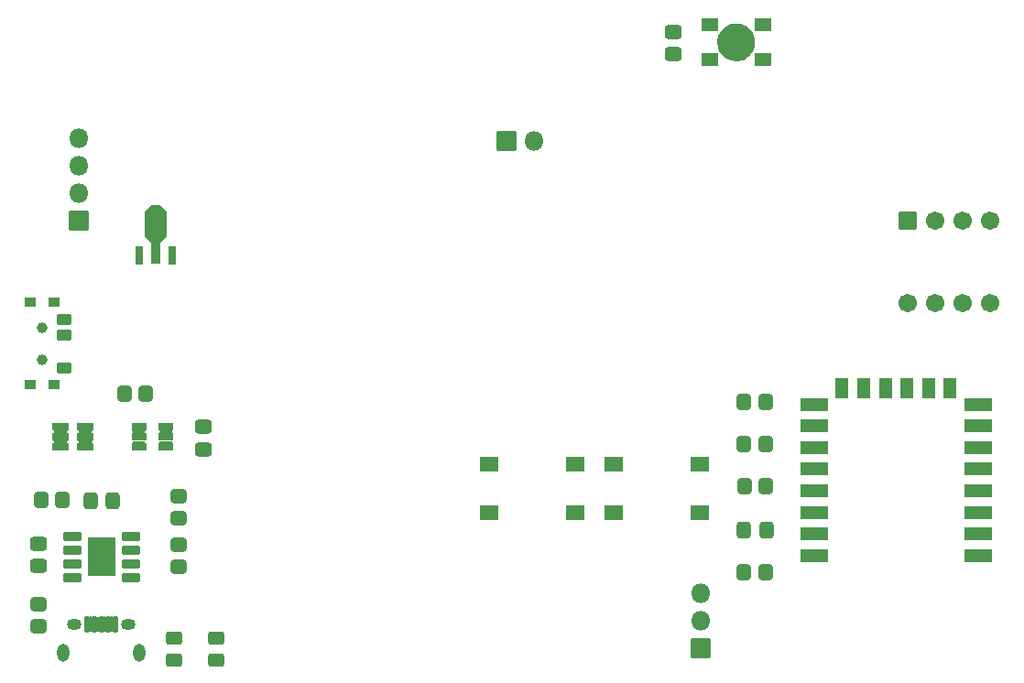
<source format=gbs>
G04 #@! TF.GenerationSoftware,KiCad,Pcbnew,(6.0.0)*
G04 #@! TF.CreationDate,2022-05-24T10:02:23+02:00*
G04 #@! TF.ProjectId,drawing.kicad_v3.0_pcb,64726177-696e-4672-9e6b-696361645f76,v2.2*
G04 #@! TF.SameCoordinates,Original*
G04 #@! TF.FileFunction,Soldermask,Bot*
G04 #@! TF.FilePolarity,Negative*
%FSLAX46Y46*%
G04 Gerber Fmt 4.6, Leading zero omitted, Abs format (unit mm)*
G04 Created by KiCad (PCBNEW (6.0.0)) date 2022-05-24 10:02:23*
%MOMM*%
%LPD*%
G01*
G04 APERTURE LIST*
G04 Aperture macros list*
%AMRoundRect*
0 Rectangle with rounded corners*
0 $1 Rounding radius*
0 $2 $3 $4 $5 $6 $7 $8 $9 X,Y pos of 4 corners*
0 Add a 4 corners polygon primitive as box body*
4,1,4,$2,$3,$4,$5,$6,$7,$8,$9,$2,$3,0*
0 Add four circle primitives for the rounded corners*
1,1,$1+$1,$2,$3*
1,1,$1+$1,$4,$5*
1,1,$1+$1,$6,$7*
1,1,$1+$1,$8,$9*
0 Add four rect primitives between the rounded corners*
20,1,$1+$1,$2,$3,$4,$5,0*
20,1,$1+$1,$4,$5,$6,$7,0*
20,1,$1+$1,$6,$7,$8,$9,0*
20,1,$1+$1,$8,$9,$2,$3,0*%
%AMFreePoly0*
4,1,17,0.450135,1.735921,1.035921,1.150135,1.050800,1.114214,1.050800,-1.114214,1.035921,-1.150135,0.450135,-1.735921,0.414214,-1.750800,-0.414214,-1.750800,-0.450135,-1.735921,-1.035921,-1.150135,-1.050800,-1.114214,-1.050800,1.114214,-1.035921,1.150135,-0.450135,1.735921,-0.414214,1.750800,0.414214,1.750800,0.450135,1.735921,0.450135,1.735921,$1*%
G04 Aperture macros list end*
%ADD10RoundRect,0.050800X0.850000X0.850000X-0.850000X0.850000X-0.850000X-0.850000X0.850000X-0.850000X0*%
%ADD11O,1.801600X1.801600*%
%ADD12RoundRect,0.050800X0.200000X0.675000X-0.200000X0.675000X-0.200000X-0.675000X0.200000X-0.675000X0*%
%ADD13O,1.351600X1.051600*%
%ADD14O,1.101600X1.651600*%
%ADD15RoundRect,0.300800X0.350000X0.450000X-0.350000X0.450000X-0.350000X-0.450000X0.350000X-0.450000X0*%
%ADD16C,1.001600*%
%ADD17RoundRect,0.050800X0.625000X-0.450000X0.625000X0.450000X-0.625000X0.450000X-0.625000X-0.450000X0*%
%ADD18RoundRect,0.050800X0.450000X-0.400000X0.450000X0.400000X-0.450000X0.400000X-0.450000X-0.400000X0*%
%ADD19RoundRect,0.300800X0.450000X-0.350000X0.450000X0.350000X-0.450000X0.350000X-0.450000X-0.350000X0*%
%ADD20RoundRect,0.050800X-0.762500X0.350000X-0.762500X-0.350000X0.762500X-0.350000X0.762500X0.350000X0*%
%ADD21RoundRect,0.050800X-1.256500X-1.701000X1.256500X-1.701000X1.256500X1.701000X-1.256500X1.701000X0*%
%ADD22RoundRect,0.050800X-0.700000X0.300000X-0.700000X-0.300000X0.700000X-0.300000X0.700000X0.300000X0*%
%ADD23RoundRect,0.050800X-0.800000X0.800000X-0.800000X-0.800000X0.800000X-0.800000X0.800000X0.800000X0*%
%ADD24C,1.701600*%
%ADD25RoundRect,0.050800X0.299999X0.799999X-0.299999X0.799999X-0.299999X-0.799999X0.299999X-0.799999X0*%
%ADD26RoundRect,0.050800X0.350000X1.000000X-0.350000X1.000000X-0.350000X-1.000000X0.350000X-1.000000X0*%
%ADD27FreePoly0,180.000000*%
%ADD28RoundRect,0.050800X-1.250000X-0.500000X1.250000X-0.500000X1.250000X0.500000X-1.250000X0.500000X0*%
%ADD29RoundRect,0.050800X-0.500000X-0.900000X0.500000X-0.900000X0.500000X0.900000X-0.500000X0.900000X0*%
%ADD30RoundRect,0.050800X0.750000X0.500000X-0.750000X0.500000X-0.750000X-0.500000X0.750000X-0.500000X0*%
%ADD31RoundRect,0.300800X-0.475000X0.337500X-0.475000X-0.337500X0.475000X-0.337500X0.475000X0.337500X0*%
%ADD32RoundRect,0.050800X-0.850000X0.850000X-0.850000X-0.850000X0.850000X-0.850000X0.850000X0.850000X0*%
%ADD33RoundRect,0.300800X-0.450000X0.325000X-0.450000X-0.325000X0.450000X-0.325000X0.450000X0.325000X0*%
%ADD34RoundRect,0.300800X0.337500X0.475000X-0.337500X0.475000X-0.337500X-0.475000X0.337500X-0.475000X0*%
%ADD35RoundRect,0.050800X-0.600000X0.325000X-0.600000X-0.325000X0.600000X-0.325000X0.600000X0.325000X0*%
%ADD36RoundRect,0.300800X0.475000X-0.337500X0.475000X0.337500X-0.475000X0.337500X-0.475000X-0.337500X0*%
%ADD37RoundRect,0.050800X-0.775000X-0.650000X0.775000X-0.650000X0.775000X0.650000X-0.775000X0.650000X0*%
%ADD38RoundRect,0.050800X-0.850000X-0.850000X0.850000X-0.850000X0.850000X0.850000X-0.850000X0.850000X0*%
%ADD39RoundRect,0.300800X-0.350000X-0.450000X0.350000X-0.450000X0.350000X0.450000X-0.350000X0.450000X0*%
%ADD40RoundRect,0.050800X0.775000X0.650000X-0.775000X0.650000X-0.775000X-0.650000X0.775000X-0.650000X0*%
G04 APERTURE END LIST*
D10*
X111709200Y-83058000D03*
D11*
X111709200Y-80518000D03*
X111709200Y-77978000D03*
X111709200Y-75438000D03*
D12*
X115076760Y-120398540D03*
X114426760Y-120398540D03*
X113776760Y-120398540D03*
X113126760Y-120398540D03*
X112476760Y-120398540D03*
D13*
X116276760Y-120398540D03*
X111276760Y-120398540D03*
D14*
X117276760Y-123098540D03*
X110276760Y-123098540D03*
D15*
X175218600Y-107645200D03*
X173218600Y-107645200D03*
X110200000Y-108900000D03*
X108200000Y-108900000D03*
D16*
X108264000Y-95962600D03*
X108264000Y-92962600D03*
D17*
X110339000Y-96712600D03*
X110339000Y-93712600D03*
X110339000Y-92212600D03*
D18*
X109364000Y-98262600D03*
X107164000Y-98262600D03*
X107164000Y-90662600D03*
X109364000Y-90662600D03*
D19*
X120900000Y-115100000D03*
X120900000Y-113100000D03*
D20*
X111088000Y-116105000D03*
X111088000Y-114835000D03*
X111088000Y-113565000D03*
X111088000Y-112295000D03*
X116512000Y-112295000D03*
X116512000Y-113565000D03*
X116512000Y-114835000D03*
X116512000Y-116105000D03*
D21*
X113800000Y-114200000D03*
D22*
X110000000Y-104050000D03*
X110000000Y-103100000D03*
X110000000Y-102150000D03*
X112300000Y-104050000D03*
X112300000Y-103100000D03*
X112300000Y-102150000D03*
D23*
X188325600Y-83083400D03*
D24*
X190865600Y-83083400D03*
X193405600Y-83083400D03*
X195945600Y-83083400D03*
X195945600Y-90703400D03*
X193405600Y-90703400D03*
X190865600Y-90703400D03*
X188325600Y-90703400D03*
D15*
X117900000Y-99100000D03*
X115900000Y-99100000D03*
D25*
X120300000Y-86299999D03*
D26*
X118800001Y-86099999D03*
D27*
X118800000Y-83400000D03*
D25*
X117300000Y-86299999D03*
D28*
X179648800Y-114084400D03*
X179648800Y-112084400D03*
X179648800Y-110084400D03*
X179648800Y-108084400D03*
X179648800Y-106084400D03*
X179648800Y-104084400D03*
X179648800Y-102084400D03*
X179648800Y-100084400D03*
D29*
X182248800Y-98584400D03*
X184248800Y-98584400D03*
X186248800Y-98584400D03*
X188248800Y-98584400D03*
X190248800Y-98584400D03*
X192248800Y-98584400D03*
D28*
X194848800Y-100084400D03*
X194848800Y-102084400D03*
X194848800Y-104084400D03*
X194848800Y-106084400D03*
X194848800Y-108084400D03*
X194848800Y-110084400D03*
X194848800Y-112084400D03*
X194848800Y-114084400D03*
D30*
X174916000Y-68198800D03*
X174916000Y-64998800D03*
X170016000Y-64998800D03*
X170016000Y-68198800D03*
D31*
X123200000Y-102162500D03*
X123200000Y-104237500D03*
D32*
X151250000Y-75760000D03*
D11*
X153790000Y-75760000D03*
D15*
X175200000Y-115600000D03*
X173200000Y-115600000D03*
D33*
X120500000Y-121675000D03*
X120500000Y-123725000D03*
D34*
X114837500Y-109000000D03*
X112762500Y-109000000D03*
D19*
X120900000Y-110600000D03*
X120900000Y-108600000D03*
D35*
X117250000Y-104050000D03*
X117250000Y-103100000D03*
X117250000Y-102150000D03*
X119750000Y-102150000D03*
X119750000Y-103100000D03*
X119750000Y-104050000D03*
D36*
X108000000Y-115037500D03*
X108000000Y-112962500D03*
D37*
X149625000Y-110100000D03*
X157575000Y-110100000D03*
X149625000Y-105600000D03*
X157575000Y-105600000D03*
D33*
X124400000Y-121675000D03*
X124400000Y-123725000D03*
D38*
X169195200Y-122645800D03*
D11*
X169195200Y-120105800D03*
X169195200Y-117565800D03*
D39*
X173193200Y-103733600D03*
X175193200Y-103733600D03*
X173167800Y-99898200D03*
X175167800Y-99898200D03*
D34*
X175256100Y-111683800D03*
X173181100Y-111683800D03*
D36*
X166640000Y-67727500D03*
X166640000Y-65652500D03*
D40*
X169085000Y-105590000D03*
X161135000Y-105590000D03*
X169085000Y-110090000D03*
X161135000Y-110090000D03*
D19*
X108000000Y-120600000D03*
X108000000Y-118600000D03*
G36*
X172887058Y-64871879D02*
G01*
X173269815Y-65039919D01*
X173270338Y-65040150D01*
X173343978Y-65072879D01*
X173373467Y-65091223D01*
X173650960Y-65322466D01*
X173667490Y-65339078D01*
X173976085Y-65713133D01*
X173997419Y-65750570D01*
X174201815Y-66317306D01*
X174209222Y-66364115D01*
X174190734Y-66937248D01*
X174181353Y-66981056D01*
X173967012Y-67502931D01*
X173948392Y-67534340D01*
X173633552Y-67923259D01*
X173601655Y-67951289D01*
X173120357Y-68247473D01*
X173076471Y-68264202D01*
X172557794Y-68356823D01*
X172522029Y-68358047D01*
X172095233Y-68311656D01*
X172065606Y-68304741D01*
X171581768Y-68127954D01*
X171542489Y-68104824D01*
X171122238Y-67740607D01*
X171100843Y-67716646D01*
X170880016Y-67394606D01*
X170864398Y-67363194D01*
X170764044Y-67062130D01*
X170758476Y-67037298D01*
X170702546Y-66571217D01*
X170704591Y-66529132D01*
X170806985Y-66063704D01*
X170815954Y-66037298D01*
X170953586Y-65743684D01*
X170969473Y-65718217D01*
X171352758Y-65241447D01*
X171394610Y-65207695D01*
X171986178Y-64911911D01*
X172036604Y-64898748D01*
X172830484Y-64861389D01*
X172887058Y-64871879D01*
G37*
G36*
X114017279Y-119691175D02*
G01*
X114031072Y-119700391D01*
X114032195Y-119698711D01*
X114033989Y-119697826D01*
X114035140Y-119698287D01*
X114052711Y-119712969D01*
X114121429Y-119721596D01*
X114169260Y-119698708D01*
X114171254Y-119698862D01*
X114171786Y-119699401D01*
X114172448Y-119700391D01*
X114186241Y-119691174D01*
X114188237Y-119691043D01*
X114189348Y-119692706D01*
X114189015Y-119693948D01*
X114181712Y-119704879D01*
X114177960Y-119723739D01*
X114177960Y-121073341D01*
X114181712Y-121092201D01*
X114189015Y-121103131D01*
X114189146Y-121105127D01*
X114187483Y-121106238D01*
X114186241Y-121105905D01*
X114172448Y-121096689D01*
X114171325Y-121098369D01*
X114169531Y-121099254D01*
X114168380Y-121098793D01*
X114150809Y-121084111D01*
X114082091Y-121075484D01*
X114034260Y-121098372D01*
X114032266Y-121098218D01*
X114031734Y-121097679D01*
X114031072Y-121096689D01*
X114017279Y-121105906D01*
X114015283Y-121106037D01*
X114014172Y-121104374D01*
X114014505Y-121103132D01*
X114021808Y-121092201D01*
X114025560Y-121073341D01*
X114025560Y-119723739D01*
X114021808Y-119704879D01*
X114014505Y-119693949D01*
X114014374Y-119691953D01*
X114016037Y-119690842D01*
X114017279Y-119691175D01*
G37*
G36*
X114667279Y-119691175D02*
G01*
X114681072Y-119700391D01*
X114682195Y-119698711D01*
X114683989Y-119697826D01*
X114685140Y-119698287D01*
X114702711Y-119712969D01*
X114771429Y-119721596D01*
X114819260Y-119698708D01*
X114821254Y-119698862D01*
X114821786Y-119699401D01*
X114822448Y-119700391D01*
X114836241Y-119691174D01*
X114838237Y-119691043D01*
X114839348Y-119692706D01*
X114839015Y-119693948D01*
X114831712Y-119704879D01*
X114827960Y-119723739D01*
X114827960Y-121073341D01*
X114831712Y-121092201D01*
X114839015Y-121103131D01*
X114839146Y-121105127D01*
X114837483Y-121106238D01*
X114836241Y-121105905D01*
X114822448Y-121096689D01*
X114821325Y-121098369D01*
X114819531Y-121099254D01*
X114818380Y-121098793D01*
X114800809Y-121084111D01*
X114732091Y-121075484D01*
X114684260Y-121098372D01*
X114682266Y-121098218D01*
X114681734Y-121097679D01*
X114681072Y-121096689D01*
X114667279Y-121105906D01*
X114665283Y-121106037D01*
X114664172Y-121104374D01*
X114664505Y-121103132D01*
X114671808Y-121092201D01*
X114675560Y-121073341D01*
X114675560Y-119723739D01*
X114671808Y-119704879D01*
X114664505Y-119693949D01*
X114664374Y-119691953D01*
X114666037Y-119690842D01*
X114667279Y-119691175D01*
G37*
G36*
X112717279Y-119691175D02*
G01*
X112731072Y-119700391D01*
X112732195Y-119698711D01*
X112733989Y-119697826D01*
X112735140Y-119698287D01*
X112752711Y-119712969D01*
X112821429Y-119721596D01*
X112869260Y-119698708D01*
X112871254Y-119698862D01*
X112871786Y-119699401D01*
X112872448Y-119700391D01*
X112886241Y-119691174D01*
X112888237Y-119691043D01*
X112889348Y-119692706D01*
X112889015Y-119693948D01*
X112881712Y-119704879D01*
X112877960Y-119723739D01*
X112877960Y-121073341D01*
X112881712Y-121092201D01*
X112889015Y-121103131D01*
X112889146Y-121105127D01*
X112887483Y-121106238D01*
X112886241Y-121105905D01*
X112872448Y-121096689D01*
X112871325Y-121098369D01*
X112869531Y-121099254D01*
X112868380Y-121098793D01*
X112850809Y-121084111D01*
X112782091Y-121075484D01*
X112734260Y-121098372D01*
X112732266Y-121098218D01*
X112731734Y-121097679D01*
X112731072Y-121096689D01*
X112717279Y-121105906D01*
X112715283Y-121106037D01*
X112714172Y-121104374D01*
X112714505Y-121103132D01*
X112721808Y-121092201D01*
X112725560Y-121073341D01*
X112725560Y-119723739D01*
X112721808Y-119704879D01*
X112714505Y-119693949D01*
X112714374Y-119691953D01*
X112716037Y-119690842D01*
X112717279Y-119691175D01*
G37*
G36*
X113367279Y-119691175D02*
G01*
X113381072Y-119700391D01*
X113382195Y-119698711D01*
X113383989Y-119697826D01*
X113385140Y-119698287D01*
X113402711Y-119712969D01*
X113471429Y-119721596D01*
X113519260Y-119698708D01*
X113521254Y-119698862D01*
X113521786Y-119699401D01*
X113522448Y-119700391D01*
X113536241Y-119691174D01*
X113538237Y-119691043D01*
X113539348Y-119692706D01*
X113539015Y-119693948D01*
X113531712Y-119704879D01*
X113527960Y-119723739D01*
X113527960Y-121073341D01*
X113531712Y-121092201D01*
X113539015Y-121103131D01*
X113539146Y-121105127D01*
X113537483Y-121106238D01*
X113536241Y-121105905D01*
X113522448Y-121096689D01*
X113521325Y-121098369D01*
X113519531Y-121099254D01*
X113518380Y-121098793D01*
X113500809Y-121084111D01*
X113432091Y-121075484D01*
X113384260Y-121098372D01*
X113382266Y-121098218D01*
X113381734Y-121097679D01*
X113381072Y-121096689D01*
X113367279Y-121105906D01*
X113365283Y-121106037D01*
X113364172Y-121104374D01*
X113364505Y-121103132D01*
X113371808Y-121092201D01*
X113375560Y-121073341D01*
X113375560Y-119723739D01*
X113371808Y-119704879D01*
X113364505Y-119693949D01*
X113364374Y-119691953D01*
X113366037Y-119690842D01*
X113367279Y-119691175D01*
G37*
G36*
X112989413Y-103449800D02*
G01*
X112989413Y-103451800D01*
X112988071Y-103452762D01*
X112980301Y-103454307D01*
X112918668Y-103486546D01*
X112884394Y-103546730D01*
X112888100Y-103615888D01*
X112928642Y-103672112D01*
X112980244Y-103695679D01*
X112988081Y-103697238D01*
X112989585Y-103698557D01*
X112989195Y-103700519D01*
X112987691Y-103701200D01*
X111612319Y-103701200D01*
X111610587Y-103700200D01*
X111610587Y-103698200D01*
X111611929Y-103697238D01*
X111619699Y-103695693D01*
X111681332Y-103663454D01*
X111715606Y-103603270D01*
X111711900Y-103534112D01*
X111671358Y-103477888D01*
X111619756Y-103454321D01*
X111611919Y-103452762D01*
X111610415Y-103451443D01*
X111610805Y-103449481D01*
X111612309Y-103448800D01*
X112987681Y-103448800D01*
X112989413Y-103449800D01*
G37*
G36*
X110689413Y-103449800D02*
G01*
X110689413Y-103451800D01*
X110688071Y-103452762D01*
X110680301Y-103454307D01*
X110618668Y-103486546D01*
X110584394Y-103546730D01*
X110588100Y-103615888D01*
X110628642Y-103672112D01*
X110680244Y-103695679D01*
X110688081Y-103697238D01*
X110689585Y-103698557D01*
X110689195Y-103700519D01*
X110687691Y-103701200D01*
X109312319Y-103701200D01*
X109310587Y-103700200D01*
X109310587Y-103698200D01*
X109311929Y-103697238D01*
X109319699Y-103695693D01*
X109381332Y-103663454D01*
X109415606Y-103603270D01*
X109411900Y-103534112D01*
X109371358Y-103477888D01*
X109319756Y-103454321D01*
X109311919Y-103452762D01*
X109310415Y-103451443D01*
X109310805Y-103449481D01*
X109312309Y-103448800D01*
X110687681Y-103448800D01*
X110689413Y-103449800D01*
G37*
G36*
X120366447Y-103471509D02*
G01*
X120366837Y-103473471D01*
X120366478Y-103474111D01*
X120323159Y-103525944D01*
X120314526Y-103594660D01*
X120344490Y-103657290D01*
X120365525Y-103675517D01*
X120366179Y-103677407D01*
X120364869Y-103678918D01*
X120363825Y-103678990D01*
X120349801Y-103676200D01*
X119150199Y-103676200D01*
X119135447Y-103679134D01*
X119133553Y-103678491D01*
X119133163Y-103676529D01*
X119133522Y-103675889D01*
X119176841Y-103624056D01*
X119185474Y-103555340D01*
X119155510Y-103492710D01*
X119134475Y-103474483D01*
X119133821Y-103472593D01*
X119135131Y-103471082D01*
X119136175Y-103471010D01*
X119150199Y-103473800D01*
X120349801Y-103473800D01*
X120364553Y-103470866D01*
X120366447Y-103471509D01*
G37*
G36*
X117866447Y-103471509D02*
G01*
X117866837Y-103473471D01*
X117866478Y-103474111D01*
X117823159Y-103525944D01*
X117814526Y-103594660D01*
X117844490Y-103657290D01*
X117865525Y-103675517D01*
X117866179Y-103677407D01*
X117864869Y-103678918D01*
X117863825Y-103678990D01*
X117849801Y-103676200D01*
X116650199Y-103676200D01*
X116635447Y-103679134D01*
X116633553Y-103678491D01*
X116633163Y-103676529D01*
X116633522Y-103675889D01*
X116676841Y-103624056D01*
X116685474Y-103555340D01*
X116655510Y-103492710D01*
X116634475Y-103474483D01*
X116633821Y-103472593D01*
X116635131Y-103471082D01*
X116636175Y-103471010D01*
X116650199Y-103473800D01*
X117849801Y-103473800D01*
X117864553Y-103470866D01*
X117866447Y-103471509D01*
G37*
G36*
X110689413Y-102499800D02*
G01*
X110689413Y-102501800D01*
X110688071Y-102502762D01*
X110680301Y-102504307D01*
X110618668Y-102536546D01*
X110584394Y-102596730D01*
X110588100Y-102665888D01*
X110628642Y-102722112D01*
X110680244Y-102745679D01*
X110688081Y-102747238D01*
X110689585Y-102748557D01*
X110689195Y-102750519D01*
X110687691Y-102751200D01*
X109312319Y-102751200D01*
X109310587Y-102750200D01*
X109310587Y-102748200D01*
X109311929Y-102747238D01*
X109319699Y-102745693D01*
X109381332Y-102713454D01*
X109415606Y-102653270D01*
X109411900Y-102584112D01*
X109371358Y-102527888D01*
X109319756Y-102504321D01*
X109311919Y-102502762D01*
X109310415Y-102501443D01*
X109310805Y-102499481D01*
X109312309Y-102498800D01*
X110687681Y-102498800D01*
X110689413Y-102499800D01*
G37*
G36*
X112989413Y-102499800D02*
G01*
X112989413Y-102501800D01*
X112988071Y-102502762D01*
X112980301Y-102504307D01*
X112918668Y-102536546D01*
X112884394Y-102596730D01*
X112888100Y-102665888D01*
X112928642Y-102722112D01*
X112980244Y-102745679D01*
X112988081Y-102747238D01*
X112989585Y-102748557D01*
X112989195Y-102750519D01*
X112987691Y-102751200D01*
X111612319Y-102751200D01*
X111610587Y-102750200D01*
X111610587Y-102748200D01*
X111611929Y-102747238D01*
X111619699Y-102745693D01*
X111681332Y-102713454D01*
X111715606Y-102653270D01*
X111711900Y-102584112D01*
X111671358Y-102527888D01*
X111619756Y-102504321D01*
X111611919Y-102502762D01*
X111610415Y-102501443D01*
X111610805Y-102499481D01*
X111612309Y-102498800D01*
X112987681Y-102498800D01*
X112989413Y-102499800D01*
G37*
G36*
X117866447Y-102521509D02*
G01*
X117866837Y-102523471D01*
X117866478Y-102524111D01*
X117823159Y-102575944D01*
X117814526Y-102644660D01*
X117844490Y-102707290D01*
X117865525Y-102725517D01*
X117866179Y-102727407D01*
X117864869Y-102728918D01*
X117863825Y-102728990D01*
X117849801Y-102726200D01*
X116650199Y-102726200D01*
X116635447Y-102729134D01*
X116633553Y-102728491D01*
X116633163Y-102726529D01*
X116633522Y-102725889D01*
X116676841Y-102674056D01*
X116685474Y-102605340D01*
X116655510Y-102542710D01*
X116634475Y-102524483D01*
X116633821Y-102522593D01*
X116635131Y-102521082D01*
X116636175Y-102521010D01*
X116650199Y-102523800D01*
X117849801Y-102523800D01*
X117864553Y-102520866D01*
X117866447Y-102521509D01*
G37*
G36*
X120366447Y-102521509D02*
G01*
X120366837Y-102523471D01*
X120366478Y-102524111D01*
X120323159Y-102575944D01*
X120314526Y-102644660D01*
X120344490Y-102707290D01*
X120365525Y-102725517D01*
X120366179Y-102727407D01*
X120364869Y-102728918D01*
X120363825Y-102728990D01*
X120349801Y-102726200D01*
X119150199Y-102726200D01*
X119135447Y-102729134D01*
X119133553Y-102728491D01*
X119133163Y-102726529D01*
X119133522Y-102725889D01*
X119176841Y-102674056D01*
X119185474Y-102605340D01*
X119155510Y-102542710D01*
X119134475Y-102524483D01*
X119133821Y-102522593D01*
X119135131Y-102521082D01*
X119136175Y-102521010D01*
X119150199Y-102523800D01*
X120349801Y-102523800D01*
X120364553Y-102520866D01*
X120366447Y-102521509D01*
G37*
M02*

</source>
